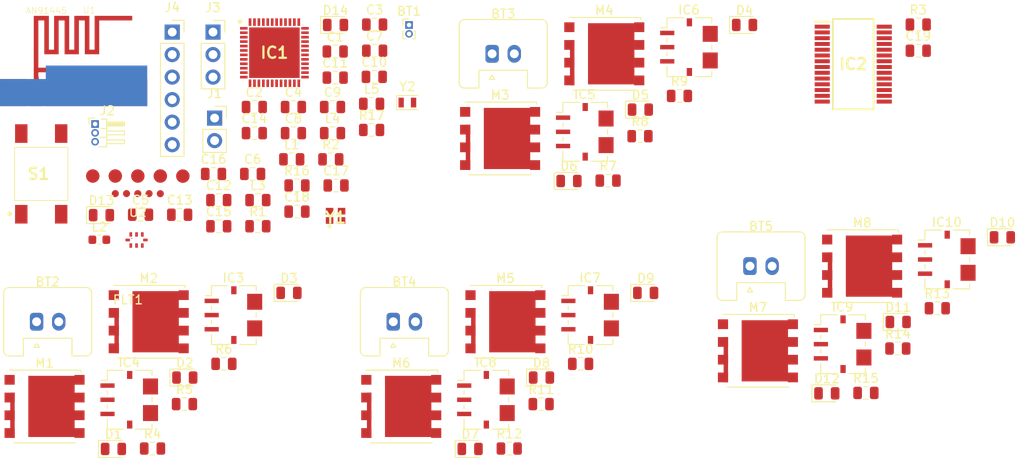
<source format=kicad_pcb>
(kicad_pcb (version 20171130) (host pcbnew 5.1.4-3.fc30)
  (layers (0 F.Cu signal) (31 B.Cu signal) (34 B.Paste user) (35 F.Paste user) (36 B.SilkS user) (37 F.SilkS user) (38 B.Mask user) (39 F.Mask user) (44 Edge.Cuts user))
  (net 0 "")
  (net 1 "Net-(BT2-Pad1)")
  (net 2 "Net-(BT2-Pad2)")
  (net 3 "Net-(BT3-Pad2)")
  (net 4 "Net-(BT3-Pad1)")
  (net 5 "Net-(BT4-Pad2)")
  (net 6 "Net-(BT4-Pad1)")
  (net 7 "Net-(BT5-Pad1)")
  (net 8 "Net-(BT5-Pad2)")
  (net 9 GND)
  (net 10 RF1)
  (net 11 "Net-(C2-Pad1)")
  (net 12 OSC32K_IN)
  (net 13 OSC32K_OUT)
  (net 14 "Net-(C5-Pad2)")
  (net 15 "Net-(C5-Pad1)")
  (net 16 "Net-(C7-Pad1)")
  (net 17 VCC)
  (net 18 VFBSOUT)
  (net 19 VCCA)
  (net 20 "Net-(D1-Pad1)")
  (net 21 "Net-(D1-Pad2)")
  (net 22 "Net-(D2-Pad2)")
  (net 23 "Net-(D3-Pad2)")
  (net 24 "Net-(D3-Pad1)")
  (net 25 "Net-(D4-Pad1)")
  (net 26 "Net-(D4-Pad2)")
  (net 27 "Net-(D5-Pad2)")
  (net 28 "Net-(D6-Pad2)")
  (net 29 "Net-(D6-Pad1)")
  (net 30 "Net-(D7-Pad1)")
  (net 31 "Net-(D7-Pad2)")
  (net 32 "Net-(D8-Pad2)")
  (net 33 "Net-(D9-Pad1)")
  (net 34 "Net-(D9-Pad2)")
  (net 35 "Net-(D10-Pad2)")
  (net 36 "Net-(D10-Pad1)")
  (net 37 "Net-(D11-Pad2)")
  (net 38 "Net-(D12-Pad1)")
  (net 39 "Net-(D12-Pad2)")
  (net 40 "Net-(D13-Pad2)")
  (net 41 "Net-(D14-Pad2)")
  (net 42 TDX)
  (net 43 RDX)
  (net 44 "Net-(J2-Pad1)")
  (net 45 BOOT0)
  (net 46 VBat)
  (net 47 VBatPlug)
  (net 48 MOSI)
  (net 49 MISO)
  (net 50 SCK)
  (net 51 NSS)
  (net 52 VLXSMPS)
  (net 53 "Net-(IC3-Pad5)")
  (net 54 VCharge)
  (net 55 "Net-(IC4-Pad6)")
  (net 56 "Net-(IC5-Pad5)")
  (net 57 "Net-(IC6-Pad6)")
  (net 58 "Net-(IC7-Pad5)")
  (net 59 "Net-(IC8-Pad6)")
  (net 60 "Net-(IC9-Pad5)")
  (net 61 "Net-(IC10-Pad6)")
  (net 62 "Net-(R1-Pad1)")
  (net 63 USER)
  (net 64 "Net-(IC2-Pad1)")
  (net 65 CtrlCharge1)
  (net 66 INChargeOK1)
  (net 67 CtrlDischarge1)
  (net 68 CtrlCharge2)
  (net 69 INChargeOK2)
  (net 70 CtrlDischarge2)
  (net 71 CtrlCharge3)
  (net 72 INChargeOK3)
  (net 73 CtrlDischarge3)
  (net 74 CtrlCharge4)
  (net 75 INChargeOK4)
  (net 76 CtrlDischarge4)
  (net 77 WIFI_STATE)
  (net 78 PROGRAM_STATE)
  (net 79 "Net-(IC3-Pad7)")
  (net 80 "Net-(IC3-Pad4)")
  (net 81 OUTCharge1)
  (net 82 OUTDischarge1)
  (net 83 "Net-(IC4-Pad4)")
  (net 84 "Net-(IC4-Pad7)")
  (net 85 "Net-(IC5-Pad7)")
  (net 86 "Net-(IC5-Pad4)")
  (net 87 OUTCharge2)
  (net 88 OUTDischarge2)
  (net 89 "Net-(IC6-Pad4)")
  (net 90 "Net-(IC6-Pad7)")
  (net 91 OUTCharge3)
  (net 92 "Net-(IC7-Pad4)")
  (net 93 "Net-(IC7-Pad7)")
  (net 94 "Net-(IC8-Pad7)")
  (net 95 "Net-(IC8-Pad4)")
  (net 96 OUTDischarge3)
  (net 97 "Net-(IC9-Pad7)")
  (net 98 "Net-(IC9-Pad4)")
  (net 99 OUTCharge4)
  (net 100 OUTDischarge4)
  (net 101 "Net-(IC10-Pad4)")
  (net 102 "Net-(IC10-Pad7)")
  (net 103 3.3V)
  (net 104 "Net-(IC1-Pad49)")
  (net 105 "Net-(IC1-Pad47)")
  (net 106 "Net-(IC1-Pad46)")
  (net 107 "Net-(IC1-Pad45)")
  (net 108 "Net-(IC1-Pad44)")
  (net 109 "Net-(IC1-Pad43)")
  (net 110 "Net-(IC1-Pad42)")
  (net 111 SWCLK)
  (net 112 SWDIO)
  (net 113 "Net-(IC1-Pad38)")
  (net 114 "Net-(IC1-Pad37)")
  (net 115 "Net-(IC1-Pad30)")
  (net 116 "Net-(IC1-Pad27)")
  (net 117 "Net-(IC1-Pad26)")
  (net 118 PF0_IN_32MHZ)
  (net 119 PF0_OUT_32MHZ)
  (net 120 "Net-(IC1-Pad19)")
  (net 121 "Net-(IC1-Pad18)")
  (net 122 "Net-(IC1-Pad17)")
  (net 123 "Net-(IC1-Pad10)")
  (net 124 "Net-(IC1-Pad9)")
  (net 125 NRST)
  (net 126 "Net-(IC1-Pad6)")
  (net 127 "Net-(IC1-Pad5)")
  (net 128 GNDCharge)
  (module Connector_PinHeader_1.00mm:PinHeader_1x02_P1.00mm_Vertical (layer F.Cu) (at 160.135001 63.025001)
    (fp_text reference BT1 (at 0 -1.56) (layer F.SilkS))
    (fp_text value Battery)
    (pad 1 thru_hole rect (at 0 0) (size 0.85 0.85) (drill 0.5) (layers *.Cu *.Mask) (net 47 VBatPlug))
    (pad 2 thru_hole oval (at 0 1) (size 0.85 0.85) (drill 0.5) (layers *.Cu *.Mask) (net 9 GND))
  )
  (module Connector_Stocko:Stocko_MKS_1651-6-0-202_1x2_P2.50mm_Vertical (layer F.Cu) (at 118.125001 96.495001)
    (fp_text reference BT2 (at 1.25 -4.5) (layer F.SilkS))
    (fp_text value Battery_Cell)
    (pad 1 thru_hole roundrect (at 0 0) (size 1.5 2) (drill 1) (layers *.Cu *.Mask) (net 1 "Net-(BT2-Pad1)"))
    (pad 2 thru_hole oval (at 2.5 0) (size 1.5 2) (drill 1) (layers *.Cu *.Mask) (net 2 "Net-(BT2-Pad2)"))
  )
  (module Connector_Stocko:Stocko_MKS_1651-6-0-202_1x2_P2.50mm_Vertical (layer F.Cu) (at 169.505001 66.275001)
    (fp_text reference BT3 (at 1.25 -4.5) (layer F.SilkS))
    (fp_text value Battery_Cell)
    (pad 2 thru_hole oval (at 2.5 0) (size 1.5 2) (drill 1) (layers *.Cu *.Mask) (net 3 "Net-(BT3-Pad2)"))
    (pad 1 thru_hole roundrect (at 0 0) (size 1.5 2) (drill 1) (layers *.Cu *.Mask) (net 4 "Net-(BT3-Pad1)"))
  )
  (module Connector_Stocko:Stocko_MKS_1651-6-0-202_1x2_P2.50mm_Vertical (layer F.Cu) (at 158.355001 96.495001)
    (fp_text reference BT4 (at 1.25 -4.5) (layer F.SilkS))
    (fp_text value Battery_Cell)
    (pad 1 thru_hole roundrect (at 0 0) (size 1.5 2) (drill 1) (layers *.Cu *.Mask) (net 6 "Net-(BT4-Pad1)"))
    (pad 2 thru_hole oval (at 2.5 0) (size 1.5 2) (drill 1) (layers *.Cu *.Mask) (net 5 "Net-(BT4-Pad2)"))
  )
  (module Connector_Stocko:Stocko_MKS_1651-6-0-202_1x2_P2.50mm_Vertical (layer F.Cu) (at 198.585001 90.225001)
    (fp_text reference BT5 (at 1.25 -4.5) (layer F.SilkS))
    (fp_text value Battery_Cell)
    (pad 2 thru_hole oval (at 2.5 0) (size 1.5 2) (drill 1) (layers *.Cu *.Mask) (net 8 "Net-(BT5-Pad2)"))
    (pad 1 thru_hole roundrect (at 0 0) (size 1.5 2) (drill 1) (layers *.Cu *.Mask) (net 7 "Net-(BT5-Pad1)"))
  )
  (module Capacitor_SMD:C_0805_2012Metric (layer F.Cu) (at 151.805001 66.015001)
    (fp_text reference C1 (at 0 -1.65) (layer F.SilkS))
    (fp_text value 0.8pF)
    (pad 1 smd roundrect (at -0.9375 0) (size 0.975 1.4) (layers F.Cu F.Paste F.Mask) (net 10 RF1))
    (pad 2 smd roundrect (at 0.9375 0) (size 0.975 1.4) (layers F.Cu F.Paste F.Mask) (net 9 GND))
  )
  (module Capacitor_SMD:C_0805_2012Metric (layer F.Cu) (at 142.685001 72.275001)
    (fp_text reference C2 (at 0 -1.65) (layer F.SilkS))
    (fp_text value 0.3pF)
    (pad 2 smd roundrect (at 0.9375 0) (size 0.975 1.4) (layers F.Cu F.Paste F.Mask) (net 9 GND))
    (pad 1 smd roundrect (at -0.9375 0) (size 0.975 1.4) (layers F.Cu F.Paste F.Mask) (net 11 "Net-(C2-Pad1)"))
  )
  (module Capacitor_SMD:C_0805_2012Metric (layer F.Cu) (at 156.255001 62.975001)
    (fp_text reference C3 (at 0 -1.65) (layer F.SilkS))
    (fp_text value 10p)
    (pad 2 smd roundrect (at 0.9375 0) (size 0.975 1.4) (layers F.Cu F.Paste F.Mask) (net 9 GND))
    (pad 1 smd roundrect (at -0.9375 0) (size 0.975 1.4) (layers F.Cu F.Paste F.Mask) (net 12 OSC32K_IN))
  )
  (module Capacitor_SMD:C_0805_2012Metric (layer F.Cu) (at 147.095001 72.275001)
    (fp_text reference C4 (at 0 -1.65) (layer F.SilkS))
    (fp_text value 10p)
    (pad 1 smd roundrect (at -0.9375 0) (size 0.975 1.4) (layers F.Cu F.Paste F.Mask) (net 13 OSC32K_OUT))
    (pad 2 smd roundrect (at 0.9375 0) (size 0.975 1.4) (layers F.Cu F.Paste F.Mask) (net 9 GND))
  )
  (module Capacitor_SMD:C_0805_2012Metric (layer F.Cu) (at 129.855001 84.425001)
    (fp_text reference C5 (at 0 -1.65) (layer F.SilkS))
    (fp_text value 10nF)
    (pad 1 smd roundrect (at -0.9375 0) (size 0.975 1.4) (layers F.Cu F.Paste F.Mask) (net 15 "Net-(C5-Pad1)"))
    (pad 2 smd roundrect (at 0.9375 0) (size 0.975 1.4) (layers F.Cu F.Paste F.Mask) (net 14 "Net-(C5-Pad2)"))
  )
  (module Capacitor_SMD:C_0805_2012Metric (layer F.Cu) (at 142.495001 79.825001)
    (fp_text reference C6 (at 0 -1.65) (layer F.SilkS))
    (fp_text value ND)
    (pad 2 smd roundrect (at 0.9375 0) (size 0.975 1.4) (layers F.Cu F.Paste F.Mask) (net 9 GND))
    (pad 1 smd roundrect (at -0.9375 0) (size 0.975 1.4) (layers F.Cu F.Paste F.Mask) (net 14 "Net-(C5-Pad2)"))
  )
  (module Capacitor_SMD:C_0805_2012Metric (layer F.Cu) (at 156.255001 65.925001)
    (fp_text reference C7 (at 0 -1.65) (layer F.SilkS))
    (fp_text value 1.2pF)
    (pad 1 smd roundrect (at -0.9375 0) (size 0.975 1.4) (layers F.Cu F.Paste F.Mask) (net 16 "Net-(C7-Pad1)"))
    (pad 2 smd roundrect (at 0.9375 0) (size 0.975 1.4) (layers F.Cu F.Paste F.Mask) (net 9 GND))
  )
  (module Capacitor_SMD:C_0805_2012Metric (layer F.Cu) (at 147.095001 75.225001)
    (fp_text reference C8 (at 0 -1.65) (layer F.SilkS))
    (fp_text value 100nF)
    (pad 1 smd roundrect (at -0.9375 0) (size 0.975 1.4) (layers F.Cu F.Paste F.Mask) (net 9 GND))
    (pad 2 smd roundrect (at 0.9375 0) (size 0.975 1.4) (layers F.Cu F.Paste F.Mask) (net 103 3.3V))
  )
  (module Capacitor_SMD:C_0805_2012Metric (layer F.Cu) (at 151.505001 72.275001)
    (fp_text reference C9 (at 0 -1.65) (layer F.SilkS))
    (fp_text value 4.7uF)
    (pad 2 smd roundrect (at 0.9375 0) (size 0.975 1.4) (layers F.Cu F.Paste F.Mask) (net 9 GND))
    (pad 1 smd roundrect (at -0.9375 0) (size 0.975 1.4) (layers F.Cu F.Paste F.Mask) (net 103 3.3V))
  )
  (module Capacitor_SMD:C_0805_2012Metric (layer F.Cu) (at 156.215001 68.875001)
    (fp_text reference C10 (at 0 -1.65) (layer F.SilkS))
    (fp_text value 4.7uF)
    (pad 2 smd roundrect (at 0.9375 0) (size 0.975 1.4) (layers F.Cu F.Paste F.Mask) (net 18 VFBSOUT))
    (pad 1 smd roundrect (at -0.9375 0) (size 0.975 1.4) (layers F.Cu F.Paste F.Mask) (net 9 GND))
  )
  (module Capacitor_SMD:C_0805_2012Metric (layer F.Cu) (at 151.805001 68.965001)
    (fp_text reference C11 (at 0 -1.65) (layer F.SilkS))
    (fp_text value 100nF)
    (pad 1 smd roundrect (at -0.9375 0) (size 0.975 1.4) (layers F.Cu F.Paste F.Mask) (net 9 GND))
    (pad 2 smd roundrect (at 0.9375 0) (size 0.975 1.4) (layers F.Cu F.Paste F.Mask) (net 17 VCC))
  )
  (module Capacitor_SMD:C_0805_2012Metric (layer F.Cu) (at 138.675001 82.775001)
    (fp_text reference C12 (at 0 -1.65) (layer F.SilkS))
    (fp_text value 100nF)
    (pad 2 smd roundrect (at 0.9375 0) (size 0.975 1.4) (layers F.Cu F.Paste F.Mask) (net 17 VCC))
    (pad 1 smd roundrect (at -0.9375 0) (size 0.975 1.4) (layers F.Cu F.Paste F.Mask) (net 9 GND))
  )
  (module Capacitor_SMD:C_0805_2012Metric (layer F.Cu) (at 134.265001 84.425001)
    (fp_text reference C13 (at 0 -1.65) (layer F.SilkS))
    (fp_text value 100nF)
    (pad 2 smd roundrect (at 0.9375 0) (size 0.975 1.4) (layers F.Cu F.Paste F.Mask) (net 103 3.3V))
    (pad 1 smd roundrect (at -0.9375 0) (size 0.975 1.4) (layers F.Cu F.Paste F.Mask) (net 9 GND))
  )
  (module Capacitor_SMD:C_0805_2012Metric (layer F.Cu) (at 142.685001 75.225001)
    (fp_text reference C14 (at 0 -1.65) (layer F.SilkS))
    (fp_text value 10nF)
    (pad 2 smd roundrect (at 0.9375 0) (size 0.975 1.4) (layers F.Cu F.Paste F.Mask) (net 9 GND))
    (pad 1 smd roundrect (at -0.9375 0) (size 0.975 1.4) (layers F.Cu F.Paste F.Mask) (net 19 VCCA))
  )
  (module Capacitor_SMD:C_0805_2012Metric (layer F.Cu) (at 138.675001 85.725001)
    (fp_text reference C15 (at 0 -1.65) (layer F.SilkS))
    (fp_text value 100nF)
    (pad 1 smd roundrect (at -0.9375 0) (size 0.975 1.4) (layers F.Cu F.Paste F.Mask) (net 9 GND))
    (pad 2 smd roundrect (at 0.9375 0) (size 0.975 1.4) (layers F.Cu F.Paste F.Mask) (net 17 VCC))
  )
  (module Capacitor_SMD:C_0805_2012Metric (layer F.Cu) (at 138.085001 79.825001)
    (fp_text reference C16 (at 0 -1.65) (layer F.SilkS))
    (fp_text value 100pF)
    (pad 2 smd roundrect (at 0.9375 0) (size 0.975 1.4) (layers F.Cu F.Paste F.Mask) (net 103 3.3V))
    (pad 1 smd roundrect (at -0.9375 0) (size 0.975 1.4) (layers F.Cu F.Paste F.Mask) (net 9 GND))
  )
  (module Capacitor_SMD:C_0805_2012Metric (layer F.Cu) (at 151.905001 81.125001)
    (fp_text reference C17 (at 0 -1.65) (layer F.SilkS))
    (fp_text value 4.7uF)
    (pad 1 smd roundrect (at -0.9375 0) (size 0.975 1.4) (layers F.Cu F.Paste F.Mask) (net 9 GND))
    (pad 2 smd roundrect (at 0.9375 0) (size 0.975 1.4) (layers F.Cu F.Paste F.Mask) (net 17 VCC))
  )
  (module Capacitor_SMD:C_0805_2012Metric (layer F.Cu) (at 147.495001 84.075001)
    (fp_text reference C18 (at 0 -1.65) (layer F.SilkS))
    (fp_text value 1uF)
    (pad 1 smd roundrect (at -0.9375 0) (size 0.975 1.4) (layers F.Cu F.Paste F.Mask) (net 9 GND))
    (pad 2 smd roundrect (at 0.9375 0) (size 0.975 1.4) (layers F.Cu F.Paste F.Mask) (net 19 VCCA))
  )
  (module Capacitor_SMD:C_0805_2012Metric (layer F.Cu) (at 217.565001 65.925001)
    (fp_text reference C19 (at 0 -1.65) (layer F.SilkS))
    (fp_text value 47nF)
    (pad 1 smd roundrect (at -0.9375 0) (size 0.975 1.4) (layers F.Cu F.Paste F.Mask) (net 17 VCC))
    (pad 2 smd roundrect (at 0.9375 0) (size 0.975 1.4) (layers F.Cu F.Paste F.Mask) (net 9 GND))
  )
  (module LED_SMD:LED_0805_2012Metric (layer F.Cu) (at 126.795001 110.840001)
    (fp_text reference D1 (at 0 -1.65) (layer F.SilkS))
    (fp_text value RED)
    (pad 2 smd roundrect (at 0.9375 0) (size 0.975 1.4) (layers F.Cu F.Paste F.Mask) (net 21 "Net-(D1-Pad2)"))
    (pad 1 smd roundrect (at -0.9375 0) (size 0.975 1.4) (layers F.Cu F.Paste F.Mask) (net 20 "Net-(D1-Pad1)"))
  )
  (module LED_SMD:LED_0805_2012Metric (layer F.Cu) (at 134.845001 102.790001)
    (fp_text reference D2 (at 0 -1.65) (layer F.SilkS))
    (fp_text value GREEN)
    (pad 1 smd roundrect (at -0.9375 0) (size 0.975 1.4) (layers F.Cu F.Paste F.Mask) (net 9 GND))
    (pad 2 smd roundrect (at 0.9375 0) (size 0.975 1.4) (layers F.Cu F.Paste F.Mask) (net 22 "Net-(D2-Pad2)"))
  )
  (module LED_SMD:LED_0805_2012Metric (layer F.Cu) (at 146.595001 93.240001)
    (fp_text reference D3 (at 0 -1.65) (layer F.SilkS))
    (fp_text value RED)
    (pad 1 smd roundrect (at -0.9375 0) (size 0.975 1.4) (layers F.Cu F.Paste F.Mask) (net 24 "Net-(D3-Pad1)"))
    (pad 2 smd roundrect (at 0.9375 0) (size 0.975 1.4) (layers F.Cu F.Paste F.Mask) (net 23 "Net-(D3-Pad2)"))
  )
  (module LED_SMD:LED_0805_2012Metric (layer F.Cu) (at 197.975001 63.020001)
    (fp_text reference D4 (at 0 -1.65) (layer F.SilkS))
    (fp_text value RED)
    (pad 1 smd roundrect (at -0.9375 0) (size 0.975 1.4) (layers F.Cu F.Paste F.Mask) (net 25 "Net-(D4-Pad1)"))
    (pad 2 smd roundrect (at 0.9375 0) (size 0.975 1.4) (layers F.Cu F.Paste F.Mask) (net 26 "Net-(D4-Pad2)"))
  )
  (module LED_SMD:LED_0805_2012Metric (layer F.Cu) (at 186.225001 72.570001)
    (fp_text reference D5 (at 0 -1.65) (layer F.SilkS))
    (fp_text value GREEN)
    (pad 2 smd roundrect (at 0.9375 0) (size 0.975 1.4) (layers F.Cu F.Paste F.Mask) (net 27 "Net-(D5-Pad2)"))
    (pad 1 smd roundrect (at -0.9375 0) (size 0.975 1.4) (layers F.Cu F.Paste F.Mask) (net 9 GND))
  )
  (module LED_SMD:LED_0805_2012Metric (layer F.Cu) (at 178.175001 80.620001)
    (fp_text reference D6 (at 0 -1.65) (layer F.SilkS))
    (fp_text value RED)
    (pad 1 smd roundrect (at -0.9375 0) (size 0.975 1.4) (layers F.Cu F.Paste F.Mask) (net 29 "Net-(D6-Pad1)"))
    (pad 2 smd roundrect (at 0.9375 0) (size 0.975 1.4) (layers F.Cu F.Paste F.Mask) (net 28 "Net-(D6-Pad2)"))
  )
  (module LED_SMD:LED_0805_2012Metric (layer F.Cu) (at 167.025001 110.840001)
    (fp_text reference D7 (at 0 -1.65) (layer F.SilkS))
    (fp_text value RED)
    (pad 1 smd roundrect (at -0.9375 0) (size 0.975 1.4) (layers F.Cu F.Paste F.Mask) (net 30 "Net-(D7-Pad1)"))
    (pad 2 smd roundrect (at 0.9375 0) (size 0.975 1.4) (layers F.Cu F.Paste F.Mask) (net 31 "Net-(D7-Pad2)"))
  )
  (module LED_SMD:LED_0805_2012Metric (layer F.Cu) (at 175.075001 102.790001)
    (fp_text reference D8 (at 0 -1.65) (layer F.SilkS))
    (fp_text value GREEN)
    (pad 2 smd roundrect (at 0.9375 0) (size 0.975 1.4) (layers F.Cu F.Paste F.Mask) (net 32 "Net-(D8-Pad2)"))
    (pad 1 smd roundrect (at -0.9375 0) (size 0.975 1.4) (layers F.Cu F.Paste F.Mask) (net 9 GND))
  )
  (module LED_SMD:LED_0805_2012Metric (layer F.Cu) (at 186.825001 93.240001)
    (fp_text reference D9 (at 0 -1.65) (layer F.SilkS))
    (fp_text value RED)
    (pad 1 smd roundrect (at -0.9375 0) (size 0.975 1.4) (layers F.Cu F.Paste F.Mask) (net 33 "Net-(D9-Pad1)"))
    (pad 2 smd roundrect (at 0.9375 0) (size 0.975 1.4) (layers F.Cu F.Paste F.Mask) (net 34 "Net-(D9-Pad2)"))
  )
  (module LED_SMD:LED_0805_2012Metric (layer F.Cu) (at 227.055001 86.970001)
    (fp_text reference D10 (at 0 -1.65) (layer F.SilkS))
    (fp_text value RED)
    (pad 2 smd roundrect (at 0.9375 0) (size 0.975 1.4) (layers F.Cu F.Paste F.Mask) (net 35 "Net-(D10-Pad2)"))
    (pad 1 smd roundrect (at -0.9375 0) (size 0.975 1.4) (layers F.Cu F.Paste F.Mask) (net 36 "Net-(D10-Pad1)"))
  )
  (module LED_SMD:LED_0805_2012Metric (layer F.Cu) (at 215.305001 96.520001)
    (fp_text reference D11 (at 0 -1.65) (layer F.SilkS))
    (fp_text value GREEN)
    (pad 2 smd roundrect (at 0.9375 0) (size 0.975 1.4) (layers F.Cu F.Paste F.Mask) (net 37 "Net-(D11-Pad2)"))
    (pad 1 smd roundrect (at -0.9375 0) (size 0.975 1.4) (layers F.Cu F.Paste F.Mask) (net 9 GND))
  )
  (module LED_SMD:LED_0805_2012Metric (layer F.Cu) (at 207.255001 104.570001)
    (fp_text reference D12 (at 0 -1.65) (layer F.SilkS))
    (fp_text value RED)
    (pad 1 smd roundrect (at -0.9375 0) (size 0.975 1.4) (layers F.Cu F.Paste F.Mask) (net 38 "Net-(D12-Pad1)"))
    (pad 2 smd roundrect (at 0.9375 0) (size 0.975 1.4) (layers F.Cu F.Paste F.Mask) (net 39 "Net-(D12-Pad2)"))
  )
  (module LED_SMD:LED_0805_2012Metric (layer F.Cu) (at 125.445001 84.470001)
    (fp_text reference D13 (at 0 -1.65) (layer F.SilkS))
    (fp_text value LED)
    (pad 2 smd roundrect (at 0.9375 0) (size 0.975 1.4) (layers F.Cu F.Paste F.Mask) (net 40 "Net-(D13-Pad2)"))
    (pad 1 smd roundrect (at -0.9375 0) (size 0.975 1.4) (layers F.Cu F.Paste F.Mask) (net 9 GND))
  )
  (module LED_SMD:LED_0805_2012Metric (layer F.Cu) (at 151.845001 63.020001)
    (fp_text reference D14 (at 0 -1.65) (layer F.SilkS))
    (fp_text value LED)
    (pad 2 smd roundrect (at 0.9375 0) (size 0.975 1.4) (layers F.Cu F.Paste F.Mask) (net 41 "Net-(D14-Pad2)"))
    (pad 1 smd roundrect (at -0.9375 0) (size 0.975 1.4) (layers F.Cu F.Paste F.Mask) (net 9 GND))
  )
  (module MyFilter:LFL212G45TC1A007 (layer F.Cu) (at 128.4 86.65)
    (fp_text reference FLT1 (at 0.03 7.37) (layer F.SilkS))
    (fp_text value LFL212G45TC1A007)
    (pad "" smd rect (at 0.45 0.45 90) (size 0.1 0.1) (layers F.Cu F.Paste F.Mask))
    (pad 4 smd rect (at 2 0.625 90) (size 0.3 0.5) (layers F.Cu F.Paste F.Mask) (net 15 "Net-(C5-Pad1)"))
    (pad 8 smd rect (at 0 0.625 90) (size 0.3 0.5) (layers F.Cu F.Paste F.Mask) (net 11 "Net-(C2-Pad1)"))
    (pad 5 smd rect (at 1.65 1.25) (size 0.3 0.5) (layers F.Cu F.Paste F.Mask))
    (pad 6 smd rect (at 1 1.25) (size 0.3 0.5) (layers F.Cu F.Paste F.Mask))
    (pad 7 smd rect (at 0.35 1.25) (size 0.3 0.5) (layers F.Cu F.Paste F.Mask))
    (pad 3 smd rect (at 1.65 0) (size 0.3 0.5) (layers F.Cu F.Paste F.Mask))
    (pad 2 smd rect (at 1 0) (size 0.3 0.5) (layers F.Cu F.Paste F.Mask))
    (pad 1 smd rect (at 0.35 0) (size 0.3 0.5) (layers F.Cu F.Paste F.Mask) (net 9 GND))
  )
  (module STM32:QFN50P700X700X65-49N-D (layer F.Cu) (at 144.950001 66.150001)
    (fp_text reference IC1 (at 0 0) (layer F.SilkS) (effects (font (size 1.27 1.27) (thickness 0.254))))
    (fp_text value STM32WB55CEU6 hide)
    (pad 49 smd rect (at 0 0) (size 5.7 5.7) (layers F.Cu F.Paste F.Mask) (net 104 "Net-(IC1-Pad49)"))
    (pad 48 smd rect (at -2.75 -3.45) (size 0.3 0.85) (layers F.Cu F.Paste F.Mask) (net 17 VCC))
    (pad 47 smd rect (at -2.25 -3.45) (size 0.3 0.85) (layers F.Cu F.Paste F.Mask) (net 105 "Net-(IC1-Pad47)"))
    (pad 46 smd rect (at -1.75 -3.45) (size 0.3 0.85) (layers F.Cu F.Paste F.Mask) (net 106 "Net-(IC1-Pad46)"))
    (pad 45 smd rect (at -1.25 -3.45) (size 0.3 0.85) (layers F.Cu F.Paste F.Mask) (net 107 "Net-(IC1-Pad45)"))
    (pad 44 smd rect (at -0.75 -3.45) (size 0.3 0.85) (layers F.Cu F.Paste F.Mask) (net 108 "Net-(IC1-Pad44)"))
    (pad 43 smd rect (at -0.25 -3.45) (size 0.3 0.85) (layers F.Cu F.Paste F.Mask) (net 109 "Net-(IC1-Pad43)"))
    (pad 42 smd rect (at 0.25 -3.45) (size 0.3 0.85) (layers F.Cu F.Paste F.Mask) (net 110 "Net-(IC1-Pad42)"))
    (pad 41 smd rect (at 0.75 -3.45) (size 0.3 0.85) (layers F.Cu F.Paste F.Mask) (net 111 SWCLK))
    (pad 40 smd rect (at 1.25 -3.45) (size 0.3 0.85) (layers F.Cu F.Paste F.Mask) (net 17 VCC))
    (pad 39 smd rect (at 1.75 -3.45) (size 0.3 0.85) (layers F.Cu F.Paste F.Mask) (net 112 SWDIO))
    (pad 38 smd rect (at 2.25 -3.45) (size 0.3 0.85) (layers F.Cu F.Paste F.Mask) (net 113 "Net-(IC1-Pad38)"))
    (pad 37 smd rect (at 2.75 -3.45) (size 0.3 0.85) (layers F.Cu F.Paste F.Mask) (net 114 "Net-(IC1-Pad37)"))
    (pad 36 smd rect (at 3.45 -2.75 90) (size 0.3 0.85) (layers F.Cu F.Paste F.Mask) (net 63 USER))
    (pad 35 smd rect (at 3.45 -2.25 90) (size 0.3 0.85) (layers F.Cu F.Paste F.Mask) (net 17 VCC))
    (pad 34 smd rect (at 3.45 -1.75 90) (size 0.3 0.85) (layers F.Cu F.Paste F.Mask) (net 103 3.3V))
    (pad 33 smd rect (at 3.45 -1.25 90) (size 0.3 0.85) (layers F.Cu F.Paste F.Mask) (net 52 VLXSMPS))
    (pad 32 smd rect (at 3.45 -0.75 90) (size 0.3 0.85) (layers F.Cu F.Paste F.Mask) (net 9 GND))
    (pad 31 smd rect (at 3.45 -0.25 90) (size 0.3 0.85) (layers F.Cu F.Paste F.Mask) (net 18 VFBSOUT))
    (pad 30 smd rect (at 3.45 0.25 90) (size 0.3 0.85) (layers F.Cu F.Paste F.Mask) (net 115 "Net-(IC1-Pad30)"))
    (pad 29 smd rect (at 3.45 0.75 90) (size 0.3 0.85) (layers F.Cu F.Paste F.Mask) (net 78 PROGRAM_STATE))
    (pad 28 smd rect (at 3.45 1.25 90) (size 0.3 0.85) (layers F.Cu F.Paste F.Mask) (net 77 WIFI_STATE))
    (pad 27 smd rect (at 3.45 1.75 90) (size 0.3 0.85) (layers F.Cu F.Paste F.Mask) (net 116 "Net-(IC1-Pad27)"))
    (pad 26 smd rect (at 3.45 2.25 90) (size 0.3 0.85) (layers F.Cu F.Paste F.Mask) (net 117 "Net-(IC1-Pad26)"))
    (pad 25 smd rect (at 3.45 2.75 90) (size 0.3 0.85) (layers F.Cu F.Paste F.Mask) (net 118 PF0_IN_32MHZ))
    (pad 24 smd rect (at 2.75 3.45) (size 0.3 0.85) (layers F.Cu F.Paste F.Mask) (net 119 PF0_OUT_32MHZ))
    (pad 23 smd rect (at 2.25 3.45) (size 0.3 0.85) (layers F.Cu F.Paste F.Mask) (net 103 3.3V))
    (pad 22 smd rect (at 1.75 3.45) (size 0.3 0.85) (layers F.Cu F.Paste F.Mask) (net 9 GND))
    (pad 21 smd rect (at 1.25 3.45) (size 0.3 0.85) (layers F.Cu F.Paste F.Mask) (net 10 RF1))
    (pad 20 smd rect (at 0.75 3.45) (size 0.3 0.85) (layers F.Cu F.Paste F.Mask) (net 17 VCC))
    (pad 19 smd rect (at 0.25 3.45) (size 0.3 0.85) (layers F.Cu F.Paste F.Mask) (net 120 "Net-(IC1-Pad19)"))
    (pad 18 smd rect (at -0.25 3.45) (size 0.3 0.85) (layers F.Cu F.Paste F.Mask) (net 121 "Net-(IC1-Pad18)"))
    (pad 17 smd rect (at -0.75 3.45) (size 0.3 0.85) (layers F.Cu F.Paste F.Mask) (net 122 "Net-(IC1-Pad17)"))
    (pad 16 smd rect (at -1.25 3.45) (size 0.3 0.85) (layers F.Cu F.Paste F.Mask) (net 48 MOSI))
    (pad 15 smd rect (at -1.75 3.45) (size 0.3 0.85) (layers F.Cu F.Paste F.Mask) (net 49 MISO))
    (pad 14 smd rect (at -2.25 3.45) (size 0.3 0.85) (layers F.Cu F.Paste F.Mask) (net 50 SCK))
    (pad 13 smd rect (at -2.75 3.45) (size 0.3 0.85) (layers F.Cu F.Paste F.Mask) (net 51 NSS))
    (pad 12 smd rect (at -3.45 2.75 90) (size 0.3 0.85) (layers F.Cu F.Paste F.Mask) (net 43 RDX))
    (pad 11 smd rect (at -3.45 2.25 90) (size 0.3 0.85) (layers F.Cu F.Paste F.Mask) (net 42 TDX))
    (pad 10 smd rect (at -3.45 1.75 90) (size 0.3 0.85) (layers F.Cu F.Paste F.Mask) (net 123 "Net-(IC1-Pad10)"))
    (pad 9 smd rect (at -3.45 1.25 90) (size 0.3 0.85) (layers F.Cu F.Paste F.Mask) (net 124 "Net-(IC1-Pad9)"))
    (pad 8 smd rect (at -3.45 0.75 90) (size 0.3 0.85) (layers F.Cu F.Paste F.Mask) (net 19 VCCA))
    (pad 7 smd rect (at -3.45 0.25 90) (size 0.3 0.85) (layers F.Cu F.Paste F.Mask) (net 125 NRST))
    (pad 6 smd rect (at -3.45 -0.25 90) (size 0.3 0.85) (layers F.Cu F.Paste F.Mask) (net 126 "Net-(IC1-Pad6)"))
    (pad 5 smd rect (at -3.45 -0.75 90) (size 0.3 0.85) (layers F.Cu F.Paste F.Mask) (net 127 "Net-(IC1-Pad5)"))
    (pad 4 smd rect (at -3.45 -1.25 90) (size 0.3 0.85) (layers F.Cu F.Paste F.Mask) (net 45 BOOT0))
    (pad 3 smd rect (at -3.45 -1.75 90) (size 0.3 0.85) (layers F.Cu F.Paste F.Mask) (net 13 OSC32K_OUT))
    (pad 2 smd rect (at -3.45 -2.25 90) (size 0.3 0.85) (layers F.Cu F.Paste F.Mask) (net 12 OSC32K_IN))
    (pad 1 smd rect (at -3.45 -2.75 90) (size 0.3 0.85) (layers F.Cu F.Paste F.Mask) (net 46 VBat))
  )
  (module MyPinout:SOP65P778X199-28N (layer F.Cu) (at 210.235001 67.440001)
    (fp_text reference IC2 (at 0 0) (layer F.SilkS) (effects (font (size 1.27 1.27) (thickness 0.254))))
    (fp_text value MAX7301AAI+ hide)
    (pad 28 smd rect (at 3.498 -4.225 90) (size 0.45 1.705) (layers F.Cu F.Paste F.Mask) (net 17 VCC))
    (pad 27 smd rect (at 3.498 -3.575 90) (size 0.45 1.705) (layers F.Cu F.Paste F.Mask) (net 51 NSS))
    (pad 26 smd rect (at 3.498 -2.925 90) (size 0.45 1.705) (layers F.Cu F.Paste F.Mask) (net 48 MOSI))
    (pad 25 smd rect (at 3.498 -2.275 90) (size 0.45 1.705) (layers F.Cu F.Paste F.Mask) (net 50 SCK))
    (pad 24 smd rect (at 3.498 -1.625 90) (size 0.45 1.705) (layers F.Cu F.Paste F.Mask) (net 75 INChargeOK4))
    (pad 23 smd rect (at 3.498 -0.975 90) (size 0.45 1.705) (layers F.Cu F.Paste F.Mask) (net 76 CtrlDischarge4))
    (pad 22 smd rect (at 3.498 -0.325 90) (size 0.45 1.705) (layers F.Cu F.Paste F.Mask) (net 74 CtrlCharge4))
    (pad 21 smd rect (at 3.498 0.325 90) (size 0.45 1.705) (layers F.Cu F.Paste F.Mask) (net 100 OUTDischarge4))
    (pad 20 smd rect (at 3.498 0.975 90) (size 0.45 1.705) (layers F.Cu F.Paste F.Mask) (net 99 OUTCharge4))
    (pad 19 smd rect (at 3.498 1.625 90) (size 0.45 1.705) (layers F.Cu F.Paste F.Mask) (net 72 INChargeOK3))
    (pad 18 smd rect (at 3.498 2.275 90) (size 0.45 1.705) (layers F.Cu F.Paste F.Mask) (net 73 CtrlDischarge3))
    (pad 17 smd rect (at 3.498 2.925 90) (size 0.45 1.705) (layers F.Cu F.Paste F.Mask) (net 71 CtrlCharge3))
    (pad 16 smd rect (at 3.498 3.575 90) (size 0.45 1.705) (layers F.Cu F.Paste F.Mask) (net 96 OUTDischarge3))
    (pad 15 smd rect (at 3.498 4.225 90) (size 0.45 1.705) (layers F.Cu F.Paste F.Mask) (net 91 OUTCharge3))
    (pad 14 smd rect (at -3.498 4.225 90) (size 0.45 1.705) (layers F.Cu F.Paste F.Mask) (net 81 OUTCharge1))
    (pad 13 smd rect (at -3.498 3.575 90) (size 0.45 1.705) (layers F.Cu F.Paste F.Mask) (net 82 OUTDischarge1))
    (pad 12 smd rect (at -3.498 2.925 90) (size 0.45 1.705) (layers F.Cu F.Paste F.Mask) (net 65 CtrlCharge1))
    (pad 11 smd rect (at -3.498 2.275 90) (size 0.45 1.705) (layers F.Cu F.Paste F.Mask) (net 67 CtrlDischarge1))
    (pad 10 smd rect (at -3.498 1.625 90) (size 0.45 1.705) (layers F.Cu F.Paste F.Mask) (net 66 INChargeOK1))
    (pad 9 smd rect (at -3.498 0.975 90) (size 0.45 1.705) (layers F.Cu F.Paste F.Mask) (net 87 OUTCharge2))
    (pad 8 smd rect (at -3.498 0.325 90) (size 0.45 1.705) (layers F.Cu F.Paste F.Mask) (net 88 OUTDischarge2))
    (pad 7 smd rect (at -3.498 -0.325 90) (size 0.45 1.705) (layers F.Cu F.Paste F.Mask) (net 68 CtrlCharge2))
    (pad 6 smd rect (at -3.498 -0.975 90) (size 0.45 1.705) (layers F.Cu F.Paste F.Mask) (net 70 CtrlDischarge2))
    (pad 5 smd rect (at -3.498 -1.625 90) (size 0.45 1.705) (layers F.Cu F.Paste F.Mask) (net 69 INChargeOK2))
    (pad 4 smd rect (at -3.498 -2.275 90) (size 0.45 1.705) (layers F.Cu F.Paste F.Mask) (net 49 MISO))
    (pad 3 smd rect (at -3.498 -2.925 90) (size 0.45 1.705) (layers F.Cu F.Paste F.Mask) (net 9 GND))
    (pad 2 smd rect (at -3.498 -3.575 90) (size 0.45 1.705) (layers F.Cu F.Paste F.Mask) (net 9 GND))
    (pad 1 smd rect (at -3.498 -4.225 90) (size 0.45 1.705) (layers F.Cu F.Paste F.Mask) (net 64 "Net-(IC2-Pad1)"))
  )
  (module Sensor_Current:Allegro_PSOF-7_4.8x6.4mm_P1.60mm (layer F.Cu) (at 140.325001 95.745001)
    (fp_text reference IC3 (at 0 -4.2) (layer F.SilkS))
    (fp_text value ACS780LLRTR-050U-T)
    (pad 6 smd rect (at 2.4 -1.5) (size 1.7 1.8) (layers F.Cu F.Paste F.Mask) (net 1 "Net-(BT2-Pad1)"))
    (pad 5 smd rect (at 2.4 1.5) (size 1.7 1.8) (layers F.Cu F.Paste F.Mask) (net 53 "Net-(IC3-Pad5)"))
    (pad 7 smd rect (at 0.05 -2.8) (size 0.6 0.9) (layers F.Cu F.Paste F.Mask) (net 79 "Net-(IC3-Pad7)"))
    (pad 4 smd rect (at 0.05 2.8) (size 0.6 0.9) (layers F.Cu F.Paste F.Mask) (net 80 "Net-(IC3-Pad4)"))
    (pad 3 smd rect (at -2.45 1.6) (size 1.6 0.5) (layers F.Cu F.Paste F.Mask) (net 81 OUTCharge1))
    (pad 2 smd rect (at -2.45 0) (size 1.6 0.5) (layers F.Cu F.Paste F.Mask) (net 9 GND))
    (pad 1 smd rect (at -2.45 -1.6) (size 1.6 0.5) (layers F.Cu F.Paste F.Mask) (net 17 VCC))
  )
  (module Sensor_Current:Allegro_PSOF-7_4.8x6.4mm_P1.60mm (layer F.Cu) (at 128.575001 105.295001)
    (fp_text reference IC4 (at 0 -4.2) (layer F.SilkS))
    (fp_text value ACS780LLRTR-050U-T)
    (pad 1 smd rect (at -2.45 -1.6) (size 1.6 0.5) (layers F.Cu F.Paste F.Mask) (net 17 VCC))
    (pad 2 smd rect (at -2.45 0) (size 1.6 0.5) (layers F.Cu F.Paste F.Mask) (net 9 GND))
    (pad 3 smd rect (at -2.45 1.6) (size 1.6 0.5) (layers F.Cu F.Paste F.Mask) (net 82 OUTDischarge1))
    (pad 4 smd rect (at 0.05 2.8) (size 0.6 0.9) (layers F.Cu F.Paste F.Mask) (net 83 "Net-(IC4-Pad4)"))
    (pad 7 smd rect (at 0.05 -2.8) (size 0.6 0.9) (layers F.Cu F.Paste F.Mask) (net 84 "Net-(IC4-Pad7)"))
    (pad 5 smd rect (at 2.4 1.5) (size 1.7 1.8) (layers F.Cu F.Paste F.Mask) (net 2 "Net-(BT2-Pad2)"))
    (pad 6 smd rect (at 2.4 -1.5) (size 1.7 1.8) (layers F.Cu F.Paste F.Mask) (net 55 "Net-(IC4-Pad6)"))
  )
  (module Sensor_Current:Allegro_PSOF-7_4.8x6.4mm_P1.60mm (layer F.Cu) (at 179.955001 75.075001)
    (fp_text reference IC5 (at 0 -4.2) (layer F.SilkS))
    (fp_text value ACS780LLRTR-050U-T)
    (pad 6 smd rect (at 2.4 -1.5) (size 1.7 1.8) (layers F.Cu F.Paste F.Mask) (net 4 "Net-(BT3-Pad1)"))
    (pad 5 smd rect (at 2.4 1.5) (size 1.7 1.8) (layers F.Cu F.Paste F.Mask) (net 56 "Net-(IC5-Pad5)"))
    (pad 7 smd rect (at 0.05 -2.8) (size 0.6 0.9) (layers F.Cu F.Paste F.Mask) (net 85 "Net-(IC5-Pad7)"))
    (pad 4 smd rect (at 0.05 2.8) (size 0.6 0.9) (layers F.Cu F.Paste F.Mask) (net 86 "Net-(IC5-Pad4)"))
    (pad 3 smd rect (at -2.45 1.6) (size 1.6 0.5) (layers F.Cu F.Paste F.Mask) (net 87 OUTCharge2))
    (pad 2 smd rect (at -2.45 0) (size 1.6 0.5) (layers F.Cu F.Paste F.Mask) (net 9 GND))
    (pad 1 smd rect (at -2.45 -1.6) (size 1.6 0.5) (layers F.Cu F.Paste F.Mask) (net 17 VCC))
  )
  (module Sensor_Current:Allegro_PSOF-7_4.8x6.4mm_P1.60mm (layer F.Cu) (at 191.705001 65.525001)
    (fp_text reference IC6 (at 0 -4.2) (layer F.SilkS))
    (fp_text value ACS780LLRTR-050U-T)
    (pad 1 smd rect (at -2.45 -1.6) (size 1.6 0.5) (layers F.Cu F.Paste F.Mask) (net 17 VCC))
    (pad 2 smd rect (at -2.45 0) (size 1.6 0.5) (layers F.Cu F.Paste F.Mask) (net 9 GND))
    (pad 3 smd rect (at -2.45 1.6) (size 1.6 0.5) (layers F.Cu F.Paste F.Mask) (net 88 OUTDischarge2))
    (pad 4 smd rect (at 0.05 2.8) (size 0.6 0.9) (layers F.Cu F.Paste F.Mask) (net 89 "Net-(IC6-Pad4)"))
    (pad 7 smd rect (at 0.05 -2.8) (size 0.6 0.9) (layers F.Cu F.Paste F.Mask) (net 90 "Net-(IC6-Pad7)"))
    (pad 5 smd rect (at 2.4 1.5) (size 1.7 1.8) (layers F.Cu F.Paste F.Mask) (net 3 "Net-(BT3-Pad2)"))
    (pad 6 smd rect (at 2.4 -1.5) (size 1.7 1.8) (layers F.Cu F.Paste F.Mask) (net 57 "Net-(IC6-Pad6)"))
  )
  (module Sensor_Current:Allegro_PSOF-7_4.8x6.4mm_P1.60mm (layer F.Cu) (at 180.555001 95.745001)
    (fp_text reference IC7 (at 0 -4.2) (layer F.SilkS))
    (fp_text value ACS780LLRTR-050U-T)
    (pad 6 smd rect (at 2.4 -1.5) (size 1.7 1.8) (layers F.Cu F.Paste F.Mask) (net 6 "Net-(BT4-Pad1)"))
    (pad 5 smd rect (at 2.4 1.5) (size 1.7 1.8) (layers F.Cu F.Paste F.Mask) (net 58 "Net-(IC7-Pad5)"))
    (pad 7 smd rect (at 0.05 -2.8) (size 0.6 0.9) (layers F.Cu F.Paste F.Mask) (net 93 "Net-(IC7-Pad7)"))
    (pad 4 smd rect (at 0.05 2.8) (size 0.6 0.9) (layers F.Cu F.Paste F.Mask) (net 92 "Net-(IC7-Pad4)"))
    (pad 3 smd rect (at -2.45 1.6) (size 1.6 0.5) (layers F.Cu F.Paste F.Mask) (net 91 OUTCharge3))
    (pad 2 smd rect (at -2.45 0) (size 1.6 0.5) (layers F.Cu F.Paste F.Mask) (net 9 GND))
    (pad 1 smd rect (at -2.45 -1.6) (size 1.6 0.5) (layers F.Cu F.Paste F.Mask) (net 17 VCC))
  )
  (module Sensor_Current:Allegro_PSOF-7_4.8x6.4mm_P1.60mm (layer F.Cu) (at 168.805001 105.295001)
    (fp_text reference IC8 (at 0 -4.2) (layer F.SilkS))
    (fp_text value ACS780LLRTR-050U-T)
    (pad 1 smd rect (at -2.45 -1.6) (size 1.6 0.5) (layers F.Cu F.Paste F.Mask) (net 17 VCC))
    (pad 2 smd rect (at -2.45 0) (size 1.6 0.5) (layers F.Cu F.Paste F.Mask) (net 9 GND))
    (pad 3 smd rect (at -2.45 1.6) (size 1.6 0.5) (layers F.Cu F.Paste F.Mask) (net 96 OUTDischarge3))
    (pad 4 smd rect (at 0.05 2.8) (size 0.6 0.9) (layers F.Cu F.Paste F.Mask) (net 95 "Net-(IC8-Pad4)"))
    (pad 7 smd rect (at 0.05 -2.8) (size 0.6 0.9) (layers F.Cu F.Paste F.Mask) (net 94 "Net-(IC8-Pad7)"))
    (pad 5 smd rect (at 2.4 1.5) (size 1.7 1.8) (layers F.Cu F.Paste F.Mask) (net 5 "Net-(BT4-Pad2)"))
    (pad 6 smd rect (at 2.4 -1.5) (size 1.7 1.8) (layers F.Cu F.Paste F.Mask) (net 59 "Net-(IC8-Pad6)"))
  )
  (module Sensor_Current:Allegro_PSOF-7_4.8x6.4mm_P1.60mm (layer F.Cu) (at 209.035001 99.025001)
    (fp_text reference IC9 (at 0 -4.2) (layer F.SilkS))
    (fp_text value ACS780LLRTR-050U-T)
    (pad 1 smd rect (at -2.45 -1.6) (size 1.6 0.5) (layers F.Cu F.Paste F.Mask) (net 17 VCC))
    (pad 2 smd rect (at -2.45 0) (size 1.6 0.5) (layers F.Cu F.Paste F.Mask) (net 9 GND))
    (pad 3 smd rect (at -2.45 1.6) (size 1.6 0.5) (layers F.Cu F.Paste F.Mask) (net 99 OUTCharge4))
    (pad 4 smd rect (at 0.05 2.8) (size 0.6 0.9) (layers F.Cu F.Paste F.Mask) (net 98 "Net-(IC9-Pad4)"))
    (pad 7 smd rect (at 0.05 -2.8) (size 0.6 0.9) (layers F.Cu F.Paste F.Mask) (net 97 "Net-(IC9-Pad7)"))
    (pad 5 smd rect (at 2.4 1.5) (size 1.7 1.8) (layers F.Cu F.Paste F.Mask) (net 60 "Net-(IC9-Pad5)"))
    (pad 6 smd rect (at 2.4 -1.5) (size 1.7 1.8) (layers F.Cu F.Paste F.Mask) (net 7 "Net-(BT5-Pad1)"))
  )
  (module Sensor_Current:Allegro_PSOF-7_4.8x6.4mm_P1.60mm (layer F.Cu) (at 220.785001 89.475001)
    (fp_text reference IC10 (at 0 -4.2) (layer F.SilkS))
    (fp_text value ACS780LLRTR-050U-T)
    (pad 6 smd rect (at 2.4 -1.5) (size 1.7 1.8) (layers F.Cu F.Paste F.Mask) (net 61 "Net-(IC10-Pad6)"))
    (pad 5 smd rect (at 2.4 1.5) (size 1.7 1.8) (layers F.Cu F.Paste F.Mask) (net 8 "Net-(BT5-Pad2)"))
    (pad 7 smd rect (at 0.05 -2.8) (size 0.6 0.9) (layers F.Cu F.Paste F.Mask) (net 102 "Net-(IC10-Pad7)"))
    (pad 4 smd rect (at 0.05 2.8) (size 0.6 0.9) (layers F.Cu F.Paste F.Mask) (net 101 "Net-(IC10-Pad4)"))
    (pad 3 smd rect (at -2.45 1.6) (size 1.6 0.5) (layers F.Cu F.Paste F.Mask) (net 100 OUTDischarge4))
    (pad 2 smd rect (at -2.45 0) (size 1.6 0.5) (layers F.Cu F.Paste F.Mask) (net 9 GND))
    (pad 1 smd rect (at -2.45 -1.6) (size 1.6 0.5) (layers F.Cu F.Paste F.Mask) (net 17 VCC))
  )
  (module Connector_PinSocket_2.54mm:PinSocket_1x02_P2.54mm_Vertical (layer F.Cu) (at 138.205001 73.525001)
    (fp_text reference J1 (at 0 -2.77) (layer F.SilkS))
    (fp_text value Conn_01x02_Male)
    (pad 1 thru_hole rect (at 0 0) (size 1.7 1.7) (drill 1) (layers *.Cu *.Mask) (net 42 TDX))
    (pad 2 thru_hole oval (at 0 2.54) (size 1.7 1.7) (drill 1) (layers *.Cu *.Mask) (net 43 RDX))
  )
  (module Connector_PinHeader_1.00mm:PinHeader_1x03_P1.00mm_Horizontal (layer F.Cu) (at 124.725001 74.195001)
    (fp_text reference J2 (at 1.375 -1.5) (layer F.SilkS))
    (fp_text value Conn_01x03_Male)
    (pad 1 thru_hole rect (at 0 0) (size 0.85 0.85) (drill 0.5) (layers *.Cu *.Mask) (net 44 "Net-(J2-Pad1)"))
    (pad 2 thru_hole oval (at 0 1) (size 0.85 0.85) (drill 0.5) (layers *.Cu *.Mask) (net 45 BOOT0))
    (pad 3 thru_hole oval (at 0 2) (size 0.85 0.85) (drill 0.5) (layers *.Cu *.Mask) (net 103 3.3V))
  )
  (module Connector_PinSocket_2.54mm:PinSocket_1x03_P2.54mm_Vertical (layer F.Cu) (at 138.025001 63.825001)
    (fp_text reference J3 (at 0 -2.77) (layer F.SilkS))
    (fp_text value Conn_01x03_Male)
    (pad 1 thru_hole rect (at 0 0) (size 1.7 1.7) (drill 1) (layers *.Cu *.Mask) (net 103 3.3V))
    (pad 2 thru_hole oval (at 0 2.54) (size 1.7 1.7) (drill 1) (layers *.Cu *.Mask) (net 46 VBat))
    (pad 3 thru_hole oval (at 0 5.08) (size 1.7 1.7) (drill 1) (layers *.Cu *.Mask) (net 47 VBatPlug))
  )
  (module Connector_PinSocket_2.54mm:PinSocket_1x06_P2.54mm_Vertical (layer F.Cu) (at 133.425001 63.825001)
    (fp_text reference J4 (at 0 -2.77) (layer F.SilkS))
    (fp_text value Conn_01x06)
    (pad 1 thru_hole rect (at 0 0) (size 1.7 1.7) (drill 1) (layers *.Cu *.Mask) (net 9 GND))
    (pad 2 thru_hole oval (at 0 2.54) (size 1.7 1.7) (drill 1) (layers *.Cu *.Mask) (net 48 MOSI))
    (pad 3 thru_hole oval (at 0 5.08) (size 1.7 1.7) (drill 1) (layers *.Cu *.Mask) (net 49 MISO))
    (pad 4 thru_hole oval (at 0 7.62) (size 1.7 1.7) (drill 1) (layers *.Cu *.Mask) (net 50 SCK))
    (pad 5 thru_hole oval (at 0 10.16) (size 1.7 1.7) (drill 1) (layers *.Cu *.Mask) (net 51 NSS))
    (pad 6 thru_hole oval (at 0 12.7) (size 1.7 1.7) (drill 1) (layers *.Cu *.Mask) (net 103 3.3V))
  )
  (module Inductor_SMD:L_0805_2012Metric (layer F.Cu) (at 146.905001 78.175001)
    (fp_text reference L1 (at 0 -1.65) (layer F.SilkS))
    (fp_text value "1.4 2.7nH")
    (pad 2 smd roundrect (at 0.9375 0) (size 0.975 1.4) (layers F.Cu F.Paste F.Mask) (net 11 "Net-(C2-Pad1)"))
    (pad 1 smd roundrect (at -0.9375 0) (size 0.975 1.4) (layers F.Cu F.Paste F.Mask) (net 10 RF1))
  )
  (module Inductor_SMD:L_0603_1608Metric (layer F.Cu) (at 125.205001 87.245001)
    (fp_text reference L2 (at 0 -1.43) (layer F.SilkS))
    (fp_text value LQG15HS3N6S02B)
    (pad 1 smd roundrect (at -0.7875 0) (size 0.875 0.95) (layers F.Cu F.Paste F.Mask) (net 16 "Net-(C7-Pad1)"))
    (pad 2 smd roundrect (at 0.7875 0) (size 0.875 0.95) (layers F.Cu F.Paste F.Mask) (net 14 "Net-(C5-Pad2)"))
  )
  (module Inductor_SMD:L_0805_2012Metric (layer F.Cu) (at 143.085001 82.775001)
    (fp_text reference L3 (at 0 -1.65) (layer F.SilkS))
    (fp_text value 10nH)
    (pad 1 smd roundrect (at -0.9375 0) (size 0.975 1.4) (layers F.Cu F.Paste F.Mask) (net 103 3.3V))
    (pad 2 smd roundrect (at 0.9375 0) (size 0.975 1.4) (layers F.Cu F.Paste F.Mask) (net 18 VFBSOUT))
  )
  (module Inductor_SMD:L_0805_2012Metric (layer F.Cu) (at 151.505001 75.225001)
    (fp_text reference L4 (at 0 -1.65) (layer F.SilkS))
    (fp_text value 10nH)
    (pad 2 smd roundrect (at 0.9375 0) (size 0.975 1.4) (layers F.Cu F.Paste F.Mask) (net 103 3.3V))
    (pad 1 smd roundrect (at -0.9375 0) (size 0.975 1.4) (layers F.Cu F.Paste F.Mask) (net 52 VLXSMPS))
  )
  (module Inductor_SMD:L_0805_2012Metric (layer F.Cu) (at 155.915001 71.915001)
    (fp_text reference L5 (at 0 -1.65) (layer F.SilkS))
    (fp_text value BLM31KN601SN1L)
    (pad 1 smd roundrect (at -0.9375 0) (size 0.975 1.4) (layers F.Cu F.Paste F.Mask) (net 19 VCCA))
    (pad 2 smd roundrect (at 0.9375 0) (size 0.975 1.4) (layers F.Cu F.Paste F.Mask) (net 103 3.3V))
  )
  (module Package_TO_SOT_SMD:PQFN_8x8 (layer F.Cu) (at 119.025001 106.045001)
    (fp_text reference M1 (at 0 -4.9) (layer F.SilkS))
    (fp_text value MNMOS)
    (pad 3 smd rect (at 0.78 0 270) (size 6.9 5.23) (layers F.Cu F.Mask) (net 53 "Net-(IC3-Pad5)"))
    (pad 3 smd rect (at 3.94 3 270) (size 1.1 1.15) (layers F.Cu F.Paste F.Mask) (net 53 "Net-(IC3-Pad5)"))
    (pad 3 smd rect (at 3.94 1 270) (size 1.1 1.15) (layers F.Cu F.Paste F.Mask) (net 53 "Net-(IC3-Pad5)"))
    (pad 3 smd rect (at 3.94 -1 270) (size 1.1 1.15) (layers F.Cu F.Paste F.Mask) (net 53 "Net-(IC3-Pad5)"))
    (pad 3 smd rect (at 3.94 -3 270) (size 1.1 1.15) (layers F.Cu F.Paste F.Mask) (net 53 "Net-(IC3-Pad5)"))
    (pad 2 smd rect (at -3.62 1 270) (size 5.1 0.5) (layers F.Cu F.Paste F.Mask) (net 20 "Net-(D1-Pad1)"))
    (pad 2 smd rect (at -3.94 3 270) (size 1.1 1.15) (layers F.Cu F.Paste F.Mask) (net 20 "Net-(D1-Pad1)"))
    (pad 2 smd rect (at -3.94 1 270) (size 1.1 1.15) (layers F.Cu F.Paste F.Mask) (net 20 "Net-(D1-Pad1)"))
    (pad 2 smd rect (at -3.94 -1 270) (size 1.1 1.15) (layers F.Cu F.Paste F.Mask) (net 20 "Net-(D1-Pad1)"))
    (pad 1 smd rect (at -3.94 -3 270) (size 1.1 1.15) (layers F.Cu F.Paste F.Mask) (net 54 VCharge))
  )
  (module Package_TO_SOT_SMD:PQFN_8x8 (layer F.Cu) (at 130.775001 96.495001)
    (fp_text reference M2 (at 0 -4.9) (layer F.SilkS))
    (fp_text value MNMOS)
    (pad 1 smd rect (at -3.94 -3 270) (size 1.1 1.15) (layers F.Cu F.Paste F.Mask) (net 55 "Net-(IC4-Pad6)"))
    (pad 2 smd rect (at -3.94 -1 270) (size 1.1 1.15) (layers F.Cu F.Paste F.Mask) (net 24 "Net-(D3-Pad1)"))
    (pad 2 smd rect (at -3.94 1 270) (size 1.1 1.15) (layers F.Cu F.Paste F.Mask) (net 24 "Net-(D3-Pad1)"))
    (pad 2 smd rect (at -3.94 3 270) (size 1.1 1.15) (layers F.Cu F.Paste F.Mask) (net 24 "Net-(D3-Pad1)"))
    (pad 2 smd rect (at -3.62 1 270) (size 5.1 0.5) (layers F.Cu F.Paste F.Mask) (net 24 "Net-(D3-Pad1)"))
    (pad 3 smd rect (at 3.94 -3 270) (size 1.1 1.15) (layers F.Cu F.Paste F.Mask) (net 128 GNDCharge))
    (pad 3 smd rect (at 3.94 -1 270) (size 1.1 1.15) (layers F.Cu F.Paste F.Mask) (net 128 GNDCharge))
    (pad 3 smd rect (at 3.94 1 270) (size 1.1 1.15) (layers F.Cu F.Paste F.Mask) (net 128 GNDCharge))
    (pad 3 smd rect (at 3.94 3 270) (size 1.1 1.15) (layers F.Cu F.Paste F.Mask) (net 128 GNDCharge))
    (pad 3 smd rect (at 0.78 0 270) (size 6.9 5.23) (layers F.Cu F.Mask) (net 128 GNDCharge))
  )
  (module Package_TO_SOT_SMD:PQFN_8x8 (layer F.Cu) (at 170.405001 75.825001)
    (fp_text reference M3 (at 0 -4.9) (layer F.SilkS))
    (fp_text value MNMOS)
    (pad 3 smd rect (at 0.78 0 270) (size 6.9 5.23) (layers F.Cu F.Mask) (net 56 "Net-(IC5-Pad5)"))
    (pad 3 smd rect (at 3.94 3 270) (size 1.1 1.15) (layers F.Cu F.Paste F.Mask) (net 56 "Net-(IC5-Pad5)"))
    (pad 3 smd rect (at 3.94 1 270) (size 1.1 1.15) (layers F.Cu F.Paste F.Mask) (net 56 "Net-(IC5-Pad5)"))
    (pad 3 smd rect (at 3.94 -1 270) (size 1.1 1.15) (layers F.Cu F.Paste F.Mask) (net 56 "Net-(IC5-Pad5)"))
    (pad 3 smd rect (at 3.94 -3 270) (size 1.1 1.15) (layers F.Cu F.Paste F.Mask) (net 56 "Net-(IC5-Pad5)"))
    (pad 2 smd rect (at -3.62 1 270) (size 5.1 0.5) (layers F.Cu F.Paste F.Mask) (net 25 "Net-(D4-Pad1)"))
    (pad 2 smd rect (at -3.94 3 270) (size 1.1 1.15) (layers F.Cu F.Paste F.Mask) (net 25 "Net-(D4-Pad1)"))
    (pad 2 smd rect (at -3.94 1 270) (size 1.1 1.15) (layers F.Cu F.Paste F.Mask) (net 25 "Net-(D4-Pad1)"))
    (pad 2 smd rect (at -3.94 -1 270) (size 1.1 1.15) (layers F.Cu F.Paste F.Mask) (net 25 "Net-(D4-Pad1)"))
    (pad 1 smd rect (at -3.94 -3 270) (size 1.1 1.15) (layers F.Cu F.Paste F.Mask) (net 54 VCharge))
  )
  (module Package_TO_SOT_SMD:PQFN_8x8 (layer F.Cu) (at 182.155001 66.275001)
    (fp_text reference M4 (at 0 -4.9) (layer F.SilkS))
    (fp_text value MNMOS)
    (pad 1 smd rect (at -3.94 -3 270) (size 1.1 1.15) (layers F.Cu F.Paste F.Mask) (net 57 "Net-(IC6-Pad6)"))
    (pad 2 smd rect (at -3.94 -1 270) (size 1.1 1.15) (layers F.Cu F.Paste F.Mask) (net 29 "Net-(D6-Pad1)"))
    (pad 2 smd rect (at -3.94 1 270) (size 1.1 1.15) (layers F.Cu F.Paste F.Mask) (net 29 "Net-(D6-Pad1)"))
    (pad 2 smd rect (at -3.94 3 270) (size 1.1 1.15) (layers F.Cu F.Paste F.Mask) (net 29 "Net-(D6-Pad1)"))
    (pad 2 smd rect (at -3.62 1 270) (size 5.1 0.5) (layers F.Cu F.Paste F.Mask) (net 29 "Net-(D6-Pad1)"))
    (pad 3 smd rect (at 3.94 -3 270) (size 1.1 1.15) (layers F.Cu F.Paste F.Mask) (net 128 GNDCharge))
    (pad 3 smd rect (at 3.94 -1 270) (size 1.1 1.15) (layers F.Cu F.Paste F.Mask) (net 128 GNDCharge))
    (pad 3 smd rect (at 3.94 1 270) (size 1.1 1.15) (layers F.Cu F.Paste F.Mask) (net 128 GNDCharge))
    (pad 3 smd rect (at 3.94 3 270) (size 1.1 1.15) (layers F.Cu F.Paste F.Mask) (net 128 GNDCharge))
    (pad 3 smd rect (at 0.78 0 270) (size 6.9 5.23) (layers F.Cu F.Mask) (net 128 GNDCharge))
  )
  (module Package_TO_SOT_SMD:PQFN_8x8 (layer F.Cu) (at 171.005001 96.495001)
    (fp_text reference M5 (at 0 -4.9) (layer F.SilkS))
    (fp_text value MNMOS)
    (pad 1 smd rect (at -3.94 -3 270) (size 1.1 1.15) (layers F.Cu F.Paste F.Mask) (net 54 VCharge))
    (pad 2 smd rect (at -3.94 -1 270) (size 1.1 1.15) (layers F.Cu F.Paste F.Mask) (net 30 "Net-(D7-Pad1)"))
    (pad 2 smd rect (at -3.94 1 270) (size 1.1 1.15) (layers F.Cu F.Paste F.Mask) (net 30 "Net-(D7-Pad1)"))
    (pad 2 smd rect (at -3.94 3 270) (size 1.1 1.15) (layers F.Cu F.Paste F.Mask) (net 30 "Net-(D7-Pad1)"))
    (pad 2 smd rect (at -3.62 1 270) (size 5.1 0.5) (layers F.Cu F.Paste F.Mask) (net 30 "Net-(D7-Pad1)"))
    (pad 3 smd rect (at 3.94 -3 270) (size 1.1 1.15) (layers F.Cu F.Paste F.Mask) (net 58 "Net-(IC7-Pad5)"))
    (pad 3 smd rect (at 3.94 -1 270) (size 1.1 1.15) (layers F.Cu F.Paste F.Mask) (net 58 "Net-(IC7-Pad5)"))
    (pad 3 smd rect (at 3.94 1 270) (size 1.1 1.15) (layers F.Cu F.Paste F.Mask) (net 58 "Net-(IC7-Pad5)"))
    (pad 3 smd rect (at 3.94 3 270) (size 1.1 1.15) (layers F.Cu F.Paste F.Mask) (net 58 "Net-(IC7-Pad5)"))
    (pad 3 smd rect (at 0.78 0 270) (size 6.9 5.23) (layers F.Cu F.Mask) (net 58 "Net-(IC7-Pad5)"))
  )
  (module Package_TO_SOT_SMD:PQFN_8x8 (layer F.Cu) (at 159.255001 106.045001)
    (fp_text reference M6 (at 0 -4.9) (layer F.SilkS))
    (fp_text value MNMOS)
    (pad 3 smd rect (at 0.78 0 270) (size 6.9 5.23) (layers F.Cu F.Mask) (net 128 GNDCharge))
    (pad 3 smd rect (at 3.94 3 270) (size 1.1 1.15) (layers F.Cu F.Paste F.Mask) (net 128 GNDCharge))
    (pad 3 smd rect (at 3.94 1 270) (size 1.1 1.15) (layers F.Cu F.Paste F.Mask) (net 128 GNDCharge))
    (pad 3 smd rect (at 3.94 -1 270) (size 1.1 1.15) (layers F.Cu F.Paste F.Mask) (net 128 GNDCharge))
    (pad 3 smd rect (at 3.94 -3 270) (size 1.1 1.15) (layers F.Cu F.Paste F.Mask) (net 128 GNDCharge))
    (pad 2 smd rect (at -3.62 1 270) (size 5.1 0.5) (layers F.Cu F.Paste F.Mask) (net 33 "Net-(D9-Pad1)"))
    (pad 2 smd rect (at -3.94 3 270) (size 1.1 1.15) (layers F.Cu F.Paste F.Mask) (net 33 "Net-(D9-Pad1)"))
    (pad 2 smd rect (at -3.94 1 270) (size 1.1 1.15) (layers F.Cu F.Paste F.Mask) (net 33 "Net-(D9-Pad1)"))
    (pad 2 smd rect (at -3.94 -1 270) (size 1.1 1.15) (layers F.Cu F.Paste F.Mask) (net 33 "Net-(D9-Pad1)"))
    (pad 1 smd rect (at -3.94 -3 270) (size 1.1 1.15) (layers F.Cu F.Paste F.Mask) (net 59 "Net-(IC8-Pad6)"))
  )
  (module Package_TO_SOT_SMD:PQFN_8x8 (layer F.Cu) (at 199.485001 99.775001)
    (fp_text reference M7 (at 0 -4.9) (layer F.SilkS))
    (fp_text value MNMOS)
    (pad 1 smd rect (at -3.94 -3 270) (size 1.1 1.15) (layers F.Cu F.Paste F.Mask) (net 17 VCC))
    (pad 2 smd rect (at -3.94 -1 270) (size 1.1 1.15) (layers F.Cu F.Paste F.Mask) (net 36 "Net-(D10-Pad1)"))
    (pad 2 smd rect (at -3.94 1 270) (size 1.1 1.15) (layers F.Cu F.Paste F.Mask) (net 36 "Net-(D10-Pad1)"))
    (pad 2 smd rect (at -3.94 3 270) (size 1.1 1.15) (layers F.Cu F.Paste F.Mask) (net 36 "Net-(D10-Pad1)"))
    (pad 2 smd rect (at -3.62 1 270) (size 5.1 0.5) (layers F.Cu F.Paste F.Mask) (net 36 "Net-(D10-Pad1)"))
    (pad 3 smd rect (at 3.94 -3 270) (size 1.1 1.15) (layers F.Cu F.Paste F.Mask) (net 60 "Net-(IC9-Pad5)"))
    (pad 3 smd rect (at 3.94 -1 270) (size 1.1 1.15) (layers F.Cu F.Paste F.Mask) (net 60 "Net-(IC9-Pad5)"))
    (pad 3 smd rect (at 3.94 1 270) (size 1.1 1.15) (layers F.Cu F.Paste F.Mask) (net 60 "Net-(IC9-Pad5)"))
    (pad 3 smd rect (at 3.94 3 270) (size 1.1 1.15) (layers F.Cu F.Paste F.Mask) (net 60 "Net-(IC9-Pad5)"))
    (pad 3 smd rect (at 0.78 0 270) (size 6.9 5.23) (layers F.Cu F.Mask) (net 60 "Net-(IC9-Pad5)"))
  )
  (module Package_TO_SOT_SMD:PQFN_8x8 (layer F.Cu) (at 211.235001 90.225001)
    (fp_text reference M8 (at 0 -4.9) (layer F.SilkS))
    (fp_text value MNMOS)
    (pad 3 smd rect (at 0.78 0 270) (size 6.9 5.23) (layers F.Cu F.Mask) (net 128 GNDCharge))
    (pad 3 smd rect (at 3.94 3 270) (size 1.1 1.15) (layers F.Cu F.Paste F.Mask) (net 128 GNDCharge))
    (pad 3 smd rect (at 3.94 1 270) (size 1.1 1.15) (layers F.Cu F.Paste F.Mask) (net 128 GNDCharge))
    (pad 3 smd rect (at 3.94 -1 270) (size 1.1 1.15) (layers F.Cu F.Paste F.Mask) (net 128 GNDCharge))
    (pad 3 smd rect (at 3.94 -3 270) (size 1.1 1.15) (layers F.Cu F.Paste F.Mask) (net 128 GNDCharge))
    (pad 2 smd rect (at -3.62 1 270) (size 5.1 0.5) (layers F.Cu F.Paste F.Mask) (net 38 "Net-(D12-Pad1)"))
    (pad 2 smd rect (at -3.94 3 270) (size 1.1 1.15) (layers F.Cu F.Paste F.Mask) (net 38 "Net-(D12-Pad1)"))
    (pad 2 smd rect (at -3.94 1 270) (size 1.1 1.15) (layers F.Cu F.Paste F.Mask) (net 38 "Net-(D12-Pad1)"))
    (pad 2 smd rect (at -3.94 -1 270) (size 1.1 1.15) (layers F.Cu F.Paste F.Mask) (net 38 "Net-(D12-Pad1)"))
    (pad 1 smd rect (at -3.94 -3 270) (size 1.1 1.15) (layers F.Cu F.Paste F.Mask) (net 61 "Net-(IC10-Pad6)"))
  )
  (module Resistor_SMD:R_0805_2012Metric (layer F.Cu) (at 143.085001 85.725001)
    (fp_text reference R1 (at 0 -1.65) (layer F.SilkS))
    (fp_text value 1k)
    (pad 1 smd roundrect (at -0.9375 0) (size 0.975 1.4) (layers F.Cu F.Paste F.Mask) (net 62 "Net-(R1-Pad1)"))
    (pad 2 smd roundrect (at 0.9375 0) (size 0.975 1.4) (layers F.Cu F.Paste F.Mask) (net 63 USER))
  )
  (module Resistor_SMD:R_0805_2012Metric (layer F.Cu) (at 151.315001 78.175001)
    (fp_text reference R2 (at 0 -1.65) (layer F.SilkS))
    (fp_text value 10k)
    (pad 1 smd roundrect (at -0.9375 0) (size 0.975 1.4) (layers F.Cu F.Paste F.Mask) (net 9 GND))
    (pad 2 smd roundrect (at 0.9375 0) (size 0.975 1.4) (layers F.Cu F.Paste F.Mask) (net 44 "Net-(J2-Pad1)"))
  )
  (module Resistor_SMD:R_0805_2012Metric (layer F.Cu) (at 217.565001 62.975001)
    (fp_text reference R3 (at 0 -1.65) (layer F.SilkS))
    (fp_text value 39k)
    (pad 2 smd roundrect (at 0.9375 0) (size 0.975 1.4) (layers F.Cu F.Paste F.Mask) (net 9 GND))
    (pad 1 smd roundrect (at -0.9375 0) (size 0.975 1.4) (layers F.Cu F.Paste F.Mask) (net 64 "Net-(IC2-Pad1)"))
  )
  (module Resistor_SMD:R_0805_2012Metric (layer F.Cu) (at 131.205001 110.795001)
    (fp_text reference R4 (at 0 -1.65) (layer F.SilkS))
    (fp_text value R)
    (pad 2 smd roundrect (at 0.9375 0) (size 0.975 1.4) (layers F.Cu F.Paste F.Mask) (net 65 CtrlCharge1))
    (pad 1 smd roundrect (at -0.9375 0) (size 0.975 1.4) (layers F.Cu F.Paste F.Mask) (net 21 "Net-(D1-Pad2)"))
  )
  (module Resistor_SMD:R_0805_2012Metric (layer F.Cu) (at 134.805001 105.785001)
    (fp_text reference R5 (at 0 -1.65) (layer F.SilkS))
    (fp_text value R)
    (pad 1 smd roundrect (at -0.9375 0) (size 0.975 1.4) (layers F.Cu F.Paste F.Mask) (net 22 "Net-(D2-Pad2)"))
    (pad 2 smd roundrect (at 0.9375 0) (size 0.975 1.4) (layers F.Cu F.Paste F.Mask) (net 66 INChargeOK1))
  )
  (module Resistor_SMD:R_0805_2012Metric (layer F.Cu) (at 139.255001 101.245001)
    (fp_text reference R6 (at 0 -1.65) (layer F.SilkS))
    (fp_text value R)
    (pad 2 smd roundrect (at 0.9375 0) (size 0.975 1.4) (layers F.Cu F.Paste F.Mask) (net 23 "Net-(D3-Pad2)"))
    (pad 1 smd roundrect (at -0.9375 0) (size 0.975 1.4) (layers F.Cu F.Paste F.Mask) (net 67 CtrlDischarge1))
  )
  (module Resistor_SMD:R_0805_2012Metric (layer F.Cu) (at 182.585001 80.575001)
    (fp_text reference R7 (at 0 -1.65) (layer F.SilkS))
    (fp_text value R)
    (pad 2 smd roundrect (at 0.9375 0) (size 0.975 1.4) (layers F.Cu F.Paste F.Mask) (net 68 CtrlCharge2))
    (pad 1 smd roundrect (at -0.9375 0) (size 0.975 1.4) (layers F.Cu F.Paste F.Mask) (net 26 "Net-(D4-Pad2)"))
  )
  (module Resistor_SMD:R_0805_2012Metric (layer F.Cu) (at 186.185001 75.565001)
    (fp_text reference R8 (at 0 -1.65) (layer F.SilkS))
    (fp_text value R)
    (pad 2 smd roundrect (at 0.9375 0) (size 0.975 1.4) (layers F.Cu F.Paste F.Mask) (net 69 INChargeOK2))
    (pad 1 smd roundrect (at -0.9375 0) (size 0.975 1.4) (layers F.Cu F.Paste F.Mask) (net 27 "Net-(D5-Pad2)"))
  )
  (module Resistor_SMD:R_0805_2012Metric (layer F.Cu) (at 190.635001 71.025001)
    (fp_text reference R9 (at 0 -1.65) (layer F.SilkS))
    (fp_text value R)
    (pad 1 smd roundrect (at -0.9375 0) (size 0.975 1.4) (layers F.Cu F.Paste F.Mask) (net 70 CtrlDischarge2))
    (pad 2 smd roundrect (at 0.9375 0) (size 0.975 1.4) (layers F.Cu F.Paste F.Mask) (net 28 "Net-(D6-Pad2)"))
  )
  (module Resistor_SMD:R_0805_2012Metric (layer F.Cu) (at 179.485001 101.245001)
    (fp_text reference R10 (at 0 -1.65) (layer F.SilkS))
    (fp_text value R)
    (pad 1 smd roundrect (at -0.9375 0) (size 0.975 1.4) (layers F.Cu F.Paste F.Mask) (net 31 "Net-(D7-Pad2)"))
    (pad 2 smd roundrect (at 0.9375 0) (size 0.975 1.4) (layers F.Cu F.Paste F.Mask) (net 71 CtrlCharge3))
  )
  (module Resistor_SMD:R_0805_2012Metric (layer F.Cu) (at 175.035001 105.785001)
    (fp_text reference R11 (at 0 -1.65) (layer F.SilkS))
    (fp_text value R)
    (pad 1 smd roundrect (at -0.9375 0) (size 0.975 1.4) (layers F.Cu F.Paste F.Mask) (net 32 "Net-(D8-Pad2)"))
    (pad 2 smd roundrect (at 0.9375 0) (size 0.975 1.4) (layers F.Cu F.Paste F.Mask) (net 72 INChargeOK3))
  )
  (module Resistor_SMD:R_0805_2012Metric (layer F.Cu) (at 171.435001 110.795001)
    (fp_text reference R12 (at 0 -1.65) (layer F.SilkS))
    (fp_text value R)
    (pad 2 smd roundrect (at 0.9375 0) (size 0.975 1.4) (layers F.Cu F.Paste F.Mask) (net 34 "Net-(D9-Pad2)"))
    (pad 1 smd roundrect (at -0.9375 0) (size 0.975 1.4) (layers F.Cu F.Paste F.Mask) (net 73 CtrlDischarge3))
  )
  (module Resistor_SMD:R_0805_2012Metric (layer F.Cu) (at 219.715001 94.975001)
    (fp_text reference R13 (at 0 -1.65) (layer F.SilkS))
    (fp_text value R)
    (pad 1 smd roundrect (at -0.9375 0) (size 0.975 1.4) (layers F.Cu F.Paste F.Mask) (net 35 "Net-(D10-Pad2)"))
    (pad 2 smd roundrect (at 0.9375 0) (size 0.975 1.4) (layers F.Cu F.Paste F.Mask) (net 74 CtrlCharge4))
  )
  (module Resistor_SMD:R_0805_2012Metric (layer F.Cu) (at 215.265001 99.515001)
    (fp_text reference R14 (at 0 -1.65) (layer F.SilkS))
    (fp_text value R)
    (pad 1 smd roundrect (at -0.9375 0) (size 0.975 1.4) (layers F.Cu F.Paste F.Mask) (net 37 "Net-(D11-Pad2)"))
    (pad 2 smd roundrect (at 0.9375 0) (size 0.975 1.4) (layers F.Cu F.Paste F.Mask) (net 75 INChargeOK4))
  )
  (module Resistor_SMD:R_0805_2012Metric (layer F.Cu) (at 211.665001 104.525001)
    (fp_text reference R15 (at 0 -1.65) (layer F.SilkS))
    (fp_text value R)
    (pad 2 smd roundrect (at 0.9375 0) (size 0.975 1.4) (layers F.Cu F.Paste F.Mask) (net 39 "Net-(D12-Pad2)"))
    (pad 1 smd roundrect (at -0.9375 0) (size 0.975 1.4) (layers F.Cu F.Paste F.Mask) (net 76 CtrlDischarge4))
  )
  (module Resistor_SMD:R_0805_2012Metric (layer F.Cu) (at 147.495001 81.125001)
    (fp_text reference R16 (at 0 -1.65) (layer F.SilkS))
    (fp_text value R)
    (pad 2 smd roundrect (at 0.9375 0) (size 0.975 1.4) (layers F.Cu F.Paste F.Mask) (net 77 WIFI_STATE))
    (pad 1 smd roundrect (at -0.9375 0) (size 0.975 1.4) (layers F.Cu F.Paste F.Mask) (net 40 "Net-(D13-Pad2)"))
  )
  (module Resistor_SMD:R_0805_2012Metric (layer F.Cu) (at 155.915001 74.865001)
    (fp_text reference R17 (at 0 -1.65) (layer F.SilkS))
    (fp_text value R)
    (pad 1 smd roundrect (at -0.9375 0) (size 0.975 1.4) (layers F.Cu F.Paste F.Mask) (net 41 "Net-(D14-Pad2)"))
    (pad 2 smd roundrect (at 0.9375 0) (size 0.975 1.4) (layers F.Cu F.Paste F.Mask) (net 78 PROGRAM_STATE))
  )
  (module MyPinout:TL3301EF100QG (layer F.Cu) (at 118.650001 79.820001)
    (fp_text reference S1 (at -0.3 0) (layer F.SilkS) (effects (font (size 1.27 1.27) (thickness 0.254))))
    (fp_text value WakeUp hide)
    (pad 4 smd rect (at 2.25 -4.55) (size 1.4 2.1) (layers F.Cu F.Paste F.Mask) (net 62 "Net-(R1-Pad1)"))
    (pad 3 smd rect (at 2.25 4.55) (size 1.4 2.1) (layers F.Cu F.Paste F.Mask) (net 62 "Net-(R1-Pad1)"))
    (pad 2 smd rect (at -2.25 -4.55) (size 1.4 2.1) (layers F.Cu F.Paste F.Mask) (net 9 GND))
    (pad 1 smd rect (at -2.25 4.55) (size 1.4 2.1) (layers F.Cu F.Paste F.Mask) (net 9 GND))
  )
  (module MyPinout:AN91445 (layer F.Cu) (at 122.302334 67.085001)
    (fp_text reference U1 (at 1.75 -5.725) (layer F.SilkS) (effects (font (size 0.7 0.7) (thickness 0.07))))
    (fp_text value AN91445 (at -3.075 -5.675) (layer F.SilkS) (effects (font (size 0.7 0.7) (thickness 0.07))))
    (fp_poly (pts (xy 8.297333 5.086) (xy -8.297333 5.086) (xy -8.297333 2.038) (xy -3.132667 2.038) (xy -3.132667 0.514) (xy 8.297333 0.514) (xy 8.297333 5.086)) (layer B.Cu) (width 0.01))
    (fp_poly (pts (xy 8.297333 5.08) (xy -3.132667 5.08) (xy -3.132667 2.032) (xy 8.297333 2.032) (xy 8.297333 5.08)) (layer F.Cu) (width 0.01))
    (fp_poly (pts (xy -2.794 -1.27) (xy -2.201333 -1.27) (xy -2.201333 -5.08) (xy -0.508 -5.08) (xy -0.508 -1.27) (xy 0.084667 -1.27) (xy 0.084667 -5.08) (xy 1.778 -5.08) (xy 1.778 -1.27) (xy 2.370667 -1.27) (xy 2.370667 -5.08) (xy 6.604 -5.08) (xy 6.604 -4.572) (xy 2.878667 -4.572) (xy 2.878667 -0.762) (xy 1.27 -0.762) (xy 1.27 -4.572) (xy 0.592667 -4.572) (xy 0.592667 -0.762) (xy -1.016 -0.762) (xy -1.016 -4.572) (xy -1.693333 -4.572) (xy -1.693333 -0.762) (xy -3.302 -0.762) (xy -3.302 -4.572) (xy -3.979333 -4.572) (xy -3.979333 0.762) (xy 2.963333 0.762) (xy 2.963333 1.27) (xy -3.979333 1.27) (xy -3.979333 1.653414) (xy -3.907973 2.095015) (xy -3.725333 2.539999) (xy -3.616882 2.765026) (xy -3.544645 2.958245) (xy -3.501305 3.163499) (xy -3.479541 3.424628) (xy -3.472037 3.785474) (xy -3.471333 4.061585) (xy -3.471333 5.08) (xy -4.995333 5.08) (xy -4.995333 4.103918) (xy -4.992428 3.672772) (xy -4.978472 3.36516) (xy -4.945608 3.135313) (xy -4.885975 2.937464) (xy -4.791715 2.725844) (xy -4.741333 2.624666) (xy -4.487333 2.121495) (xy -4.487333 -5.08) (xy -2.794 -5.08) (xy -2.794 -1.27)) (layer F.Cu) (width 0.01))
    (fp_poly (pts (xy -5.334 5.08) (xy -8.297333 5.08) (xy -8.297333 2.032) (xy -5.334 2.032) (xy -5.334 5.08)) (layer F.Cu) (width 0.01))
    (pad 2 smd circle (at -6 4.525) (size 1 1) (layers F.Cu F.Paste) (net 9 GND))
    (pad 1 smd circle (at -4.225 4.525) (size 1 1) (layers F.Cu F.Paste) (net 16 "Net-(C7-Pad1)"))
  )
  (module JTag:JtagPogoPin (layer F.Cu) (at 129.542 80.062)
    (fp_text reference U2 (at 0.01 4.09) (layer F.SilkS))
    (fp_text value JTagPogoPin)
    (pad 4 connect circle (at 1.27 1.98) (size 0.8 0.8) (layers F.Cu F.Mask) (net 125 NRST))
    (pad 3 connect circle (at 0 1.98) (size 0.8 0.8) (layers F.Cu F.Mask) (net 111 SWCLK))
    (pad 5 connect circle (at 2.54 1.99) (size 0.8 0.8) (layers F.Cu F.Mask) (net 9 GND))
    (pad 1 connect circle (at -2.54 1.98) (size 0.8 0.8) (layers F.Cu F.Mask) (net 112 SWDIO))
    (pad 2 connect circle (at -1.27 1.98) (size 0.8 0.8) (layers F.Cu F.Mask) (net 103 3.3V))
    (pad 5 connect circle (at 5.08 0.01) (size 1.524 1.524) (layers F.Cu F.Mask) (net 9 GND))
    (pad 4 connect circle (at 2.54 0) (size 1.524 1.524) (layers F.Cu F.Mask) (net 125 NRST))
    (pad 3 connect circle (at 0 0) (size 1.524 1.524) (layers F.Cu F.Mask) (net 111 SWCLK))
    (pad 2 connect circle (at -2.54 0) (size 1.524 1.524) (layers F.Cu F.Mask) (net 103 3.3V))
    (pad 1 connect circle (at -5.08 0) (size 1.524 1.524) (layers F.Cu F.Mask) (net 112 SWDIO))
  )
  (module MyPinout:NX2016SA32MEXS00ACS06465 (layer F.Cu) (at 151.850001 84.550001)
    (fp_text reference Y1 (at 0 0.2) (layer F.SilkS) (effects (font (size 1.27 1.27) (thickness 0.254))))
    (fp_text value NX2016SA-32M-EXS00A-CS06465 hide)
    (pad 4 smd rect (at -0.675 -0.525 90) (size 0.75 0.85) (layers F.Cu F.Paste F.Mask) (net 9 GND))
    (pad 3 smd rect (at 0.675 -0.525 90) (size 0.75 0.85) (layers F.Cu F.Paste F.Mask) (net 119 PF0_OUT_32MHZ))
    (pad 2 smd rect (at 0.675 0.525 90) (size 0.75 0.85) (layers F.Cu F.Paste F.Mask) (net 9 GND))
    (pad 1 smd rect (at -0.675 0.525 90) (size 0.75 0.85) (layers F.Cu F.Paste F.Mask) (net 118 PF0_IN_32MHZ))
  )
  (module Crystal:Crystal_SMD_2012-2Pin_2.0x1.2mm (layer F.Cu) (at 159.945001 71.775001)
    (fp_text reference Y2 (at 0 -1.8) (layer F.SilkS))
    (fp_text value 32.768KHz)
    (pad 1 smd rect (at -0.7 0) (size 0.6 1.1) (layers F.Cu F.Paste F.Mask) (net 12 OSC32K_IN))
    (pad 2 smd rect (at 0.7 0) (size 0.6 1.1) (layers F.Cu F.Paste F.Mask) (net 13 OSC32K_OUT))
  )
)
</source>
